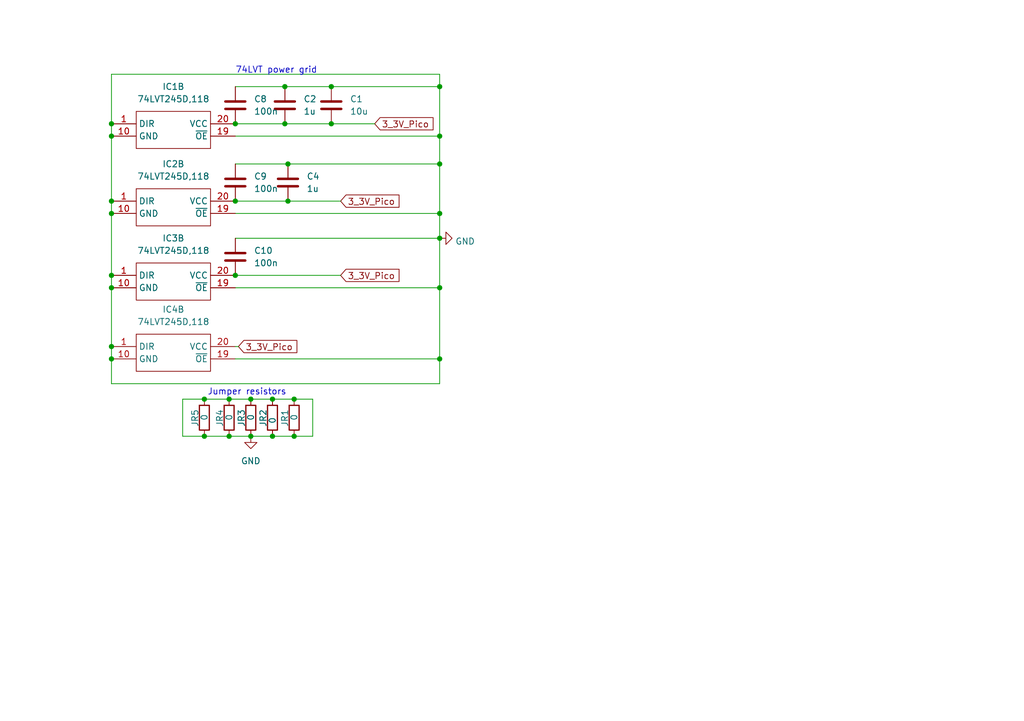
<source format=kicad_sch>
(kicad_sch (version 20230121) (generator eeschema)
  (paper "A5")
  (title_block (title "Prawnblaster DO Power Diagram") (date "2024-03-20") (company "US Army Research Laboratory") (comment 1 "Email: leblanckermit@yahoo.com") (comment 2 "Original Design By: KJ LeBlanc"))
  (lib_symbols
    (symbol "74LVT245D_118:74LVT245D,118_(split)"
      (property "Reference" "IC" (at 0 2.54 0))
      (property "Value" "74LVT245D,118" (at 0 0 0))
      (symbol "74LVT245D,118_(split)_1_0"
        (pin input line (at 12.7 -21.59 180) (length 5.08) (name "B7") (number "11"))
        (pin input line (at 12.7 -19.05 180) (length 5.08) (name "B6") (number "12"))
        (pin input line (at 12.7 -16.51 180) (length 5.08) (name "B5") (number "13"))
        (pin input line (at 12.7 -13.97 180) (length 5.08) (name "B4") (number "14"))
        (pin input line (at 12.7 -11.43 180) (length 5.08) (name "B3") (number "15"))
        (pin input line (at 12.7 -8.89 180) (length 5.08) (name "B2") (number "16"))
        (pin input line (at 12.7 -6.35 180) (length 5.08) (name "B1") (number "17"))
        (pin input line (at 12.7 -3.81 180) (length 5.08) (name "B0") (number "18"))
        (pin output line (at -12.7 -3.81 0) (length 5.08) (name "A0") (number "2"))
        (pin output line (at -12.7 -6.35 0) (length 5.08) (name "A1") (number "3"))
        (pin output line (at -12.7 -8.89 0) (length 5.08) (name "A2") (number "4"))
        (pin output line (at -12.7 -11.43 0) (length 5.08) (name "A3") (number "5"))
        (pin output line (at -12.7 -13.97 0) (length 5.08) (name "A4") (number "6"))
        (pin output line (at -12.7 -16.51 0) (length 5.08) (name "A5") (number "7"))
        (pin output line (at -12.7 -19.05 0) (length 5.08) (name "A6") (number "8"))
        (pin output line (at -12.7 -21.59 0) (length 5.08) (name "A7") (number "9"))
      )
      (symbol "74LVT245D,118_(split)_1_1"
        (rectangle (start -7.62 -1.27) (end 7.62 -24.13))
      )
      (symbol "74LVT245D,118_(split)_2_0"
        (pin power_in line (at -12.7 -3.81 0) (length 5.08) (name "DIR") (number "1"))
        (pin power_in line (at -12.7 -6.35 0) (length 5.08) (name "GND") (number "10"))
        (pin power_in line (at 12.7 -6.35 180) (length 5.08) (name "~{OE}") (number "19"))
        (pin power_in line (at 12.7 -3.81 180) (length 5.08) (name "VCC") (number "20"))
      )
      (symbol "74LVT245D,118_(split)_2_1"
        (rectangle (start -7.62 -1.27) (end 7.62 -8.89))
      )
    )
    (symbol "Device:C" (pin_numbers hide) (pin_names (offset 0.254))
      (property "Reference" "C" (at 0.635 2.54 0))
      (property "Value" "C" (at 0.635 -2.54 0))
      (symbol "C_0_1"
        (polyline (pts (xy -2.032 -0.762) (xy 2.032 -0.762)) (stroke (width 0.508)))
        (polyline (pts (xy -2.032 0.762) (xy 2.032 0.762)) (stroke (width 0.508)))
      )
      (symbol "C_1_1"
        (pin passive line (at 0 3.81 270) (length 2.794) (name "~") (number "1"))
        (pin passive line (at 0 -3.81 90) (length 2.794) (name "~") (number "2"))
      )
    )
    (symbol "Device:R" (pin_numbers hide) (pin_names (offset 0))
      (property "Reference" "R" (at 2.032 0 90))
      (property "Value" "R" (at 0 0 90))
      (symbol "R_0_1"
        (rectangle (start -1.016 -2.54) (end 1.016 2.54) (stroke (width 0.254)))
      )
      (symbol "R_1_1"
        (pin passive line (at 0 3.81 270) (length 1.27) (name "~") (number "1"))
        (pin passive line (at 0 -3.81 90) (length 1.27) (name "~") (number "2"))
      )
    )
    (symbol "power:GND" (power) (pin_names (offset 0))
      (property "Value" "GND" (at 0 -3.81 0))
      (symbol "GND_0_1"
        (polyline (pts (xy 0 0) (xy 0 -1.27) (xy 1.27 -1.27) (xy 0 -2.54) (xy -1.27 -1.27) (xy 0 -1.27)))
      )
      (symbol "GND_1_1"
        (pin power_in line (at 0 0 270) (length 0) hide (name "GND") (number "1"))
      )
    )
  )
  (junction (at 90.17 17.78))
  (junction (at 90.17 33.655))
  (junction (at 67.945 25.4))
  (junction (at 48.26 41.275))
  (junction (at 51.435 89.535))
  (junction (at 59.055 41.275))
  (junction (at 67.945 17.78))
  (junction (at 22.86 27.94))
  (junction (at 46.99 89.535))
  (junction (at 46.99 81.915))
  (junction (at 90.17 43.815))
  (junction (at 58.42 25.4))
  (junction (at 22.86 56.515))
  (junction (at 59.055 33.655))
  (junction (at 55.88 89.535))
  (junction (at 90.17 48.895))
  (junction (at 90.17 73.66))
  (junction (at 22.86 25.4))
  (junction (at 22.86 73.66))
  (junction (at 22.86 43.815))
  (junction (at 41.91 81.915))
  (junction (at 90.17 27.94))
  (junction (at 41.91 89.535))
  (junction (at 48.26 56.515))
  (junction (at 22.86 41.275))
  (junction (at 55.88 81.915))
  (junction (at 22.86 59.055))
  (junction (at 60.325 81.915))
  (junction (at 90.17 59.055))
  (junction (at 51.435 81.915))
  (junction (at 60.325 89.535))
  (junction (at 58.42 17.78))
  (junction (at 48.26 25.4))
  (junction (at 22.86 71.12))
  (wire (pts (xy 22.86 78.74) (xy 22.86 73.66)))
  (wire (pts (xy 22.86 43.815) (xy 22.86 56.515)))
  (wire (pts (xy 90.17 43.815) (xy 90.17 48.895)))
  (wire (pts (xy 48.26 25.4) (xy 58.42 25.4)))
  (wire (pts (xy 48.26 33.655) (xy 59.055 33.655)))
  (wire (pts (xy 22.86 15.24) (xy 22.86 25.4)))
  (wire (pts (xy 22.86 71.12) (xy 22.86 73.66)))
  (wire (pts (xy 55.88 81.915) (xy 60.325 81.915)))
  (wire (pts (xy 22.86 56.515) (xy 22.86 59.055)))
  (wire (pts (xy 67.945 17.78) (xy 90.17 17.78)))
  (wire (pts (xy 58.42 25.4) (xy 67.945 25.4)))
  (wire (pts (xy 90.17 27.94) (xy 90.17 17.78)))
  (wire (pts (xy 90.17 43.815) (xy 90.17 33.655)))
  (wire (pts (xy 22.86 41.275) (xy 22.86 43.815)))
  (wire (pts (xy 41.91 89.535) (xy 37.465 89.535)))
  (wire (pts (xy 55.88 89.535) (xy 51.435 89.535)))
  (wire (pts (xy 60.325 81.915) (xy 64.135 81.915)))
  (wire (pts (xy 90.17 59.055) (xy 90.17 73.66)))
  (wire (pts (xy 58.42 17.78) (xy 67.945 17.78)))
  (wire (pts (xy 90.17 73.66) (xy 90.17 78.74)))
  (wire (pts (xy 59.055 41.275) (xy 69.85 41.275)))
  (wire (pts (xy 22.86 25.4) (xy 22.86 27.94)))
  (wire (pts (xy 41.91 81.915) (xy 46.99 81.915)))
  (wire (pts (xy 48.26 59.055) (xy 90.17 59.055)))
  (wire (pts (xy 46.99 81.915) (xy 51.435 81.915)))
  (wire (pts (xy 48.26 43.815) (xy 90.17 43.815)))
  (wire (pts (xy 48.26 71.12) (xy 48.895 71.12)))
  (wire (pts (xy 48.26 17.78) (xy 58.42 17.78)))
  (wire (pts (xy 90.17 17.78) (xy 90.17 15.24)))
  (wire (pts (xy 22.86 15.24) (xy 90.17 15.24)))
  (wire (pts (xy 67.945 25.4) (xy 76.835 25.4)))
  (wire (pts (xy 48.26 48.895) (xy 90.17 48.895)))
  (wire (pts (xy 90.17 33.655) (xy 90.17 27.94)))
  (wire (pts (xy 48.26 41.275) (xy 59.055 41.275)))
  (wire (pts (xy 48.26 73.66) (xy 90.17 73.66)))
  (wire (pts (xy 22.86 27.94) (xy 22.86 41.275)))
  (wire (pts (xy 51.435 89.535) (xy 46.99 89.535)))
  (wire (pts (xy 48.26 56.515) (xy 69.85 56.515)))
  (wire (pts (xy 64.135 81.915) (xy 64.135 89.535)))
  (wire (pts (xy 22.86 78.74) (xy 90.17 78.74)))
  (wire (pts (xy 46.99 89.535) (xy 41.91 89.535)))
  (wire (pts (xy 59.055 33.655) (xy 90.17 33.655)))
  (wire (pts (xy 22.86 59.055) (xy 22.86 71.12)))
  (wire (pts (xy 37.465 81.915) (xy 41.91 81.915)))
  (wire (pts (xy 51.435 81.915) (xy 55.88 81.915)))
  (wire (pts (xy 90.17 48.895) (xy 90.17 59.055)))
  (wire (pts (xy 60.325 89.535) (xy 55.88 89.535)))
  (wire (pts (xy 37.465 89.535) (xy 37.465 81.915)))
  (wire (pts (xy 64.135 89.535) (xy 60.325 89.535)))
  (wire (pts (xy 48.26 27.94) (xy 90.17 27.94)))
  (text "74LVT power grid" (at 48.26 15.24 0) (effects (font (size 1.27 1.27)) (justify left bottom)))
  (text "Jumper resistors\n" (at 42.545 81.28 0) (effects (font (size 1.27 1.27)) (justify left bottom)))
  (global_label "3_3V_Pico" (shape input) (at 69.85 56.515 0) (property "Intersheetrefs" "${INTERSHEET_REFS}" (effects hide)))
  (global_label "3_3V_Pico" (shape input) (at 69.85 41.275 0) (property "Intersheetrefs" "${INTERSHEET_REFS}" (effects hide)))
  (global_label "3_3V_Pico" (shape input) (at 48.895 71.12 0) (property "Intersheetrefs" "${INTERSHEET_REFS}" (effects hide)))
  (global_label "3_3V_Pico" (shape input) (at 76.835 25.4 0) (property "Intersheetrefs" "${INTERSHEET_REFS}" (effects hide)))
  (symbol (lib_id "power:GND") (at 90.17 48.895 90) (unit 1)
    (property "Reference" "#PWR055" (effects hide))
    (property "Value" "GND" (at 93.345 49.53 90) (effects (justify right)))
    (instances (project "PrawnDO_Breakout_Connectorized_sma_in_board" (path "" (reference "#PWR055") (unit 1)) (path "" (reference "#PWR037") (unit 1))))
  )
  (symbol (lib_id "74LVT245D_118:74LVT245D,118_(split)") (at 35.56 21.59 0) (unit 2)
    (property "Reference" "IC1" (at 35.56 17.78 0))
    (property "Value" "74LVT245D,118" (at 35.56 20.32 0))
    (property "Footprint" "ICs:SOIC127P1032X265-20N" (effects hide))
    (property "Datasheet" "https://assets.nexperia.com/documents/data-sheet/74LVT245.pdf" (effects hide))
    (property "Description" "74LVT245 - 3.3 V octal transceiver with direction pin (3-state)@en-us" (effects hide))
  )
  (symbol (lib_id "Device:R") (at 41.91 85.725 0) (unit 1)
    (property "Reference" "JR5" (at 40.005 87.63 90) (effects (justify left)))
    (property "Value" "0" (at 41.91 86.36 90) (effects (justify left)))
    (property "Footprint" "Resistor_SMD:R_2010_5025Metric_Pad1.40x2.65mm_HandSolder" (effects hide))
    (instances (project "PrawnDO_Breakout_Connectorized_sma_in_board" (path "" (reference "JR5") (unit 1)) (path "" (reference "JR1") (unit 1))))
  )
  (symbol (lib_id "Device:C") (at 48.26 52.705 0) (unit 1)
    (property "Reference" "C10" (at 52.07 51.435 0) (effects (justify left)))
    (property "Value" "100n" (at 52.07 53.975 0) (effects (justify left)))
    (property "Footprint" "Capacitor_SMD:C_0805_2012Metric_Pad1.18x1.45mm_HandSolder" (effects hide))
    (instances (project "PrawnDO_Breakout_Connectorized_sma_in_board" (path "" (reference "C10") (unit 1)) (path "" (reference "C9") (unit 1))))
  )
  (symbol (lib_id "Device:R") (at 51.435 85.725 0) (unit 1)
    (property "Reference" "JR3" (at 49.53 87.63 90) (effects (justify left)))
    (property "Value" "0" (at 51.435 86.36 90) (effects (justify left)))
    (property "Footprint" "Resistor_SMD:R_2010_5025Metric_Pad1.40x2.65mm_HandSolder" (effects hide))
  )
  (symbol (lib_id "Device:C") (at 58.42 21.59 0) (unit 1)
    (property "Reference" "C2" (at 62.23 20.32 0) (effects (justify left)))
    (property "Value" "1u" (at 62.23 22.86 0) (effects (justify left)))
    (property "Footprint" "Capacitor_SMD:C_0805_2012Metric_Pad1.18x1.45mm_HandSolder" (effects hide))
    (instances (project "PrawnDO_Breakout_Connectorized_sma_in_board" (path "" (reference "C2") (unit 1)) (path "" (reference "C5") (unit 1))))
  )
  (symbol (lib_id "Device:C") (at 48.26 37.465 0) (unit 1)
    (property "Reference" "C9" (at 52.07 36.195 0) (effects (justify left)))
    (property "Value" "100n" (at 52.07 38.735 0) (effects (justify left)))
    (property "Footprint" "Capacitor_SMD:C_0805_2012Metric_Pad1.18x1.45mm_HandSolder" (effects hide))
    (instances (project "PrawnDO_Breakout_Connectorized_sma_in_board" (path "" (reference "C9") (unit 1)) (path "" (reference "C7") (unit 1))))
  )
  (symbol (lib_id "74LVT245D_118:74LVT245D,118_(split)") (at 35.56 37.465 0) (unit 2)
    (property "Reference" "IC2" (at 35.56 33.655 0))
    (property "Value" "74LVT245D,118" (at 35.56 36.195 0))
    (property "Footprint" "ICs:SOIC127P1032X265-20N" (effects hide))
    (property "Datasheet" "https://assets.nexperia.com/documents/data-sheet/74LVT245.pdf" (effects hide))
    (property "Description" "74LVT245 - 3.3 V octal transceiver with direction pin (3-state)@en-us" (effects hide))
  )
  (symbol (lib_id "74LVT245D_118:74LVT245D,118_(split)") (at 35.56 67.31 0) (unit 2)
    (property "Reference" "IC4" (at 35.56 63.5 0))
    (property "Value" "74LVT245D,118" (at 35.56 66.04 0))
    (property "Footprint" "ICs:SOIC127P1032X265-20N" (effects hide))
    (property "Datasheet" "https://assets.nexperia.com/documents/data-sheet/74LVT245.pdf" (effects hide))
    (property "Description" "74LVT245 - 3.3 V octal transceiver with direction pin (3-state)@en-us" (effects hide))
  )
  (symbol (lib_id "Device:R") (at 46.99 85.725 0) (unit 1)
    (property "Reference" "JR4" (at 45.085 87.63 90) (effects (justify left)))
    (property "Value" "0" (at 46.99 86.36 90) (effects (justify left)))
    (property "Footprint" "Resistor_SMD:R_2010_5025Metric_Pad1.40x2.65mm_HandSolder" (effects hide))
    (instances (project "PrawnDO_Breakout_Connectorized_sma_in_board" (path "" (reference "JR4") (unit 1)) (path "" (reference "JR2") (unit 1))))
  )
  (symbol (lib_id "Device:C") (at 67.945 21.59 0) (unit 1)
    (property "Reference" "C1" (at 71.755 20.32 0) (effects (justify left)))
    (property "Value" "10u" (at 71.755 22.86 0) (effects (justify left)))
    (property "Footprint" "Capacitor_SMD:C_0805_2012Metric_Pad1.18x1.45mm_HandSolder" (effects hide))
    (instances (project "PrawnDO_Breakout_Connectorized_sma_in_board" (path "" (reference "C1") (unit 1)) (path "" (reference "C6") (unit 1))))
  )
  (symbol (lib_id "Device:R") (at 60.325 85.725 0) (unit 1)
    (property "Reference" "JR1" (at 58.42 87.63 90) (effects (justify left)))
    (property "Value" "0" (at 60.325 86.36 90) (effects (justify left)))
    (property "Footprint" "Resistor_SMD:R_2010_5025Metric_Pad1.40x2.65mm_HandSolder" (effects hide))
    (instances (project "PrawnDO_Breakout_Connectorized_sma_in_board" (path "" (reference "JR1") (unit 1)) (path "" (reference "JR5") (unit 1))))
  )
  (symbol (lib_id "power:GND") (at 51.435 89.535 0) (unit 1)
    (property "Reference" "#PWR042" (effects hide))
    (property "Value" "GND" (at 51.435 94.615 0))
    (instances (project "PrawnDO_Breakout_Connectorized_sma_in_board" (path "" (reference "#PWR042") (unit 1)) (path "" (reference "#PWR038") (unit 1))))
  )
  (symbol (lib_id "Device:C") (at 59.055 37.465 0) (unit 1)
    (property "Reference" "C4" (at 62.865 36.195 0) (effects (justify left)))
    (property "Value" "1u" (at 62.865 38.735 0) (effects (justify left)))
    (property "Footprint" "Capacitor_SMD:C_0805_2012Metric_Pad1.18x1.45mm_HandSolder" (effects hide))
    (instances (project "PrawnDO_Breakout_Connectorized_sma_in_board" (path "" (reference "C4") (unit 1)) (path "" (reference "C8") (unit 1))))
  )
  (symbol (lib_id "Device:C") (at 48.26 21.59 0) (unit 1)
    (property "Reference" "C8" (at 52.07 20.32 0) (effects (justify left)))
    (property "Value" "100n" (at 52.07 22.86 0) (effects (justify left)))
    (property "Footprint" "Capacitor_SMD:C_0805_2012Metric_Pad1.18x1.45mm_HandSolder" (effects hide))
    (instances (project "PrawnDO_Breakout_Connectorized_sma_in_board" (path "" (reference "C8") (unit 1)) (path "" (reference "C4") (unit 1))))
  )
  (symbol (lib_id "74LVT245D_118:74LVT245D,118_(split)") (at 35.56 52.705 0) (unit 2)
    (property "Reference" "IC3" (at 35.56 48.895 0))
    (property "Value" "74LVT245D,118" (at 35.56 51.435 0))
    (property "Footprint" "ICs:SOIC127P1032X265-20N" (effects hide))
    (property "Datasheet" "https://assets.nexperia.com/documents/data-sheet/74LVT245.pdf" (effects hide))
    (property "Description" "74LVT245 - 3.3 V octal transceiver with direction pin (3-state)@en-us" (effects hide))
  )
  (symbol (lib_id "Device:R") (at 55.88 85.725 0) (unit 1)
    (property "Reference" "JR2" (at 53.975 87.63 90) (effects (justify left)))
    (property "Value" "0" (at 55.88 86.995 90) (effects (justify left)))
    (property "Footprint" "Resistor_SMD:R_2010_5025Metric_Pad1.40x2.65mm_HandSolder" (effects hide))
    (instances (project "PrawnDO_Breakout_Connectorized_sma_in_board" (path "" (reference "JR2") (unit 1)) (path "" (reference "JR4") (unit 1))))
  )
)
</source>
